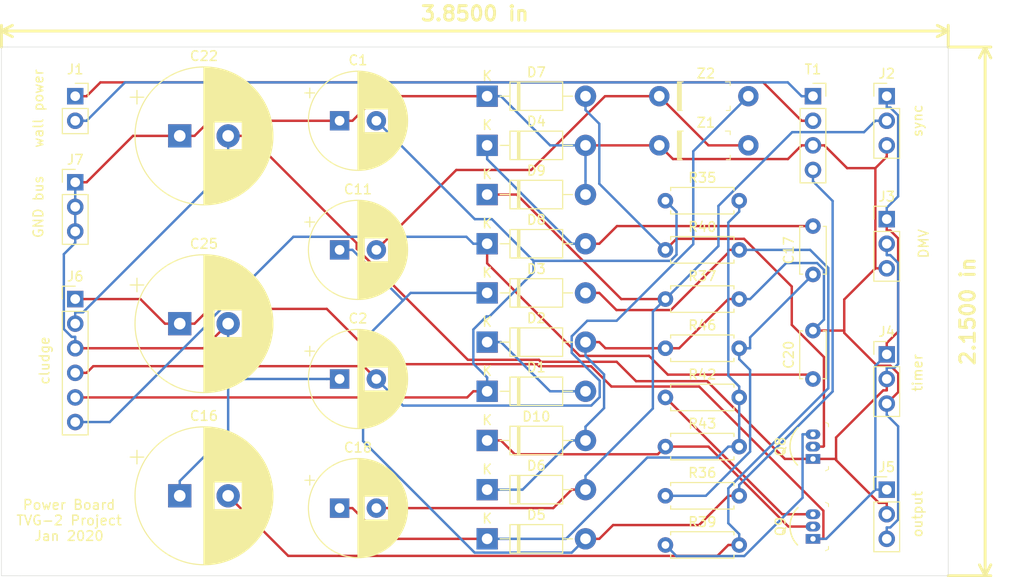
<source format=kicad_pcb>
(kicad_pcb (version 20171130) (host pcbnew "(5.0.0)")
  (title_block (title TVG2) (date 2019-07-08) (rev v01))
  (layers (0 F.Cu signal) (31 B.Cu signal) (34 B.Paste user) (35 F.Paste user) (36 B.SilkS user) (37 F.SilkS user) (38 B.Mask user) (39 F.Mask user) (44 Edge.Cuts user))
  (net 0 "")
  (net 1 /-30V)
  (net 2 GND)
  (net 3 "Net-(C11-Pad2)")
  (net 4 "Net-(C16-Pad2)")
  (net 5 "Net-(C17-Pad2)")
  (net 6 "Net-(C17-Pad1)")
  (net 7 "Net-(C18-Pad2)")
  (net 8 "Net-(C18-Pad1)")
  (net 9 -9V)
  (net 10 +9V)
  (net 11 "Net-(D1-Pad2)")
  (net 12 /+20V)
  (net 13 "Net-(D7-Pad2)")
  (net 14 /+70V)
  (net 15 "Net-(D10-Pad1)")
  (net 16 "Net-(J1-Pad1)")
  (net 17 "Net-(J1-Pad2)")
  (net 18 "Net-(Q8-Pad3)")
  (net 19 "Net-(C11-Pad1)")
  (net 20 "Net-(Q9-Pad3)")
  (module Capacitor_THT:CP_Radial_D10.0mm_P3.80mm (layer F.Cu) (at 106.045 48.895)
    (fp_text reference C1 (at 1.9 -6.25) (layer F.SilkS))
    (fp_text value "1 uF")
    (pad 1 thru_hole rect (at 0 0) (size 2 2) (drill 1) (layers *.Cu *.Mask) (net 2 GND))
    (pad 2 thru_hole circle (at 3.8 0) (size 2 2) (drill 1) (layers *.Cu *.Mask) (net 12 /+20V))
  )
  (module Capacitor_THT:CP_Radial_D10.0mm_P3.80mm (layer F.Cu) (at 106.045 75.565)
    (fp_text reference C2 (at 1.9 -6.25) (layer F.SilkS))
    (fp_text value "22 uF")
    (pad 2 thru_hole circle (at 3.8 0) (size 2 2) (drill 1) (layers *.Cu *.Mask) (net 1 /-30V))
    (pad 1 thru_hole rect (at 0 0) (size 2 2) (drill 1) (layers *.Cu *.Mask) (net 2 GND))
  )
  (module Capacitor_THT:CP_Radial_D10.0mm_P3.80mm (layer F.Cu) (at 106.045 62.23)
    (fp_text reference C11 (at 1.9 -6.25) (layer F.SilkS))
    (fp_text value "47 uF")
    (pad 1 thru_hole rect (at 0 0) (size 2 2) (drill 1) (layers *.Cu *.Mask) (net 19 "Net-(C11-Pad1)"))
    (pad 2 thru_hole circle (at 3.8 0) (size 2 2) (drill 1) (layers *.Cu *.Mask) (net 3 "Net-(C11-Pad2)"))
  )
  (module Capacitor_THT:CP_Radial_D14.0mm_P5.00mm (layer F.Cu) (at 89.535 87.63)
    (fp_text reference C16 (at 2.5 -8.25) (layer F.SilkS))
    (fp_text value "200 uF")
    (pad 1 thru_hole rect (at 0 0) (size 2.4 2.4) (drill 1.2) (layers *.Cu *.Mask) (net 2 GND))
    (pad 2 thru_hole circle (at 5 0) (size 2.4 2.4) (drill 1.2) (layers *.Cu *.Mask) (net 4 "Net-(C16-Pad2)"))
  )
  (module Capacitor_THT:C_Disc_D4.7mm_W2.5mm_P5.00mm (layer F.Cu) (at 154.94 64.77 90)
    (fp_text reference C17 (at 2.5 -2.5 90) (layer F.SilkS))
    (fp_text value "1 uF")
    (pad 2 thru_hole circle (at 5 0 90) (size 1.6 1.6) (drill 0.8) (layers *.Cu *.Mask) (net 5 "Net-(C17-Pad2)"))
    (pad 1 thru_hole circle (at 0 0 90) (size 1.6 1.6) (drill 0.8) (layers *.Cu *.Mask) (net 6 "Net-(C17-Pad1)"))
  )
  (module Capacitor_THT:CP_Radial_D10.0mm_P3.80mm (layer F.Cu) (at 106.045 88.9)
    (fp_text reference C18 (at 1.9 -6.25) (layer F.SilkS))
    (fp_text value "100 uF")
    (pad 2 thru_hole circle (at 3.8 0) (size 2 2) (drill 1) (layers *.Cu *.Mask) (net 7 "Net-(C18-Pad2)"))
    (pad 1 thru_hole rect (at 0 0) (size 2 2) (drill 1) (layers *.Cu *.Mask) (net 8 "Net-(C18-Pad1)"))
  )
  (module Capacitor_THT:C_Disc_D4.7mm_W2.5mm_P5.00mm (layer F.Cu) (at 154.94 75.565 90)
    (fp_text reference C20 (at 2.5 -2.5 90) (layer F.SilkS))
    (fp_text value "1 uF")
    (pad 1 thru_hole circle (at 0 0 90) (size 1.6 1.6) (drill 0.8) (layers *.Cu *.Mask) (net 14 /+70V))
    (pad 2 thru_hole circle (at 5 0 90) (size 1.6 1.6) (drill 0.8) (layers *.Cu *.Mask) (net 2 GND))
  )
  (module Capacitor_THT:CP_Radial_D14.0mm_P5.00mm (layer F.Cu) (at 89.535 50.455)
    (fp_text reference C22 (at 2.5 -8.25) (layer F.SilkS))
    (fp_text value "200 uF")
    (pad 1 thru_hole rect (at 0 0) (size 2.4 2.4) (drill 1.2) (layers *.Cu *.Mask) (net 2 GND))
    (pad 2 thru_hole circle (at 5 0) (size 2.4 2.4) (drill 1.2) (layers *.Cu *.Mask) (net 9 -9V))
  )
  (module Capacitor_THT:CP_Radial_D14.0mm_P5.00mm (layer F.Cu) (at 89.535 69.85)
    (fp_text reference C25 (at 2.5 -8.25) (layer F.SilkS))
    (fp_text value "200 uF")
    (pad 2 thru_hole circle (at 5 0) (size 2.4 2.4) (drill 1.2) (layers *.Cu *.Mask) (net 2 GND))
    (pad 1 thru_hole rect (at 0 0) (size 2.4 2.4) (drill 1.2) (layers *.Cu *.Mask) (net 10 +9V))
  )
  (module Diode_THT:D_DO-41_SOD81_P10.16mm_Horizontal (layer F.Cu) (at 121.285 76.835)
    (fp_text reference D1 (at 5.08 -2.47) (layer F.SilkS))
    (fp_text value 1N759)
    (fp_text user K (at 0 -2.1) (layer F.SilkS))
    (pad 2 thru_hole oval (at 10.16 0) (size 2.2 2.2) (drill 1.1) (layers *.Cu *.Mask) (net 11 "Net-(D1-Pad2)"))
    (pad 1 thru_hole rect (at 0 0) (size 2.2 2.2) (drill 1.1) (layers *.Cu *.Mask) (net 12 /+20V))
  )
  (module Diode_THT:D_DO-41_SOD81_P10.16mm_Horizontal (layer F.Cu) (at 121.285 71.755)
    (fp_text reference D2 (at 5.08 -2.47) (layer F.SilkS))
    (fp_text value 1N759)
    (fp_text user K (at 0 -2.1) (layer F.SilkS))
    (pad 1 thru_hole rect (at 0 0) (size 2.2 2.2) (drill 1.1) (layers *.Cu *.Mask) (net 11 "Net-(D1-Pad2)"))
    (pad 2 thru_hole oval (at 10.16 0) (size 2.2 2.2) (drill 1.1) (layers *.Cu *.Mask) (net 2 GND))
  )
  (module Diode_THT:D_DO-41_SOD81_P10.16mm_Horizontal (layer F.Cu) (at 121.285 66.675)
    (fp_text reference D3 (at 5.08 -2.47) (layer F.SilkS))
    (fp_text value 1N4004)
    (fp_text user K (at 0 -2.1) (layer F.SilkS))
    (pad 1 thru_hole rect (at 0 0) (size 2.2 2.2) (drill 1.1) (layers *.Cu *.Mask) (net 19 "Net-(C11-Pad1)"))
    (pad 2 thru_hole oval (at 10.16 0) (size 2.2 2.2) (drill 1.1) (layers *.Cu *.Mask) (net 4 "Net-(C16-Pad2)"))
  )
  (module Diode_THT:D_DO-41_SOD81_P10.16mm_Horizontal (layer F.Cu) (at 121.285 51.435)
    (fp_text reference D4 (at 5.08 -2.47) (layer F.SilkS))
    (fp_text value 1N4004)
    (fp_text user K (at 0 -2.1) (layer F.SilkS))
    (pad 2 thru_hole oval (at 10.16 0) (size 2.2 2.2) (drill 1.1) (layers *.Cu *.Mask) (net 2 GND))
    (pad 1 thru_hole rect (at 0 0) (size 2.2 2.2) (drill 1.1) (layers *.Cu *.Mask) (net 5 "Net-(C17-Pad2)"))
  )
  (module Diode_THT:D_DO-41_SOD81_P10.16mm_Horizontal (layer F.Cu) (at 121.285 92.075)
    (fp_text reference D5 (at 5.08 -2.47) (layer F.SilkS))
    (fp_text value 1N4004)
    (fp_text user K (at 0 -2.1) (layer F.SilkS))
    (pad 2 thru_hole oval (at 10.16 0) (size 2.2 2.2) (drill 1.1) (layers *.Cu *.Mask) (net 19 "Net-(C11-Pad1)"))
    (pad 1 thru_hole rect (at 0 0) (size 2.2 2.2) (drill 1.1) (layers *.Cu *.Mask) (net 8 "Net-(C18-Pad1)"))
  )
  (module Diode_THT:D_DO-41_SOD81_P10.16mm_Horizontal (layer F.Cu) (at 121.285 86.995)
    (fp_text reference D6 (at 5.08 -2.47) (layer F.SilkS))
    (fp_text value 1N914)
    (fp_text user K (at 0 -2.1) (layer F.SilkS))
    (pad 1 thru_hole rect (at 0 0) (size 2.2 2.2) (drill 1.1) (layers *.Cu *.Mask) (net 2 GND))
    (pad 2 thru_hole oval (at 10.16 0) (size 2.2 2.2) (drill 1.1) (layers *.Cu *.Mask) (net 7 "Net-(C18-Pad2)"))
  )
  (module Diode_THT:D_DO-41_SOD81_P10.16mm_Horizontal (layer F.Cu) (at 121.285 46.355)
    (fp_text reference D7 (at 5.08 -2.47) (layer F.SilkS))
    (fp_text value 1N758)
    (fp_text user K (at 0 -2.1) (layer F.SilkS))
    (pad 2 thru_hole oval (at 10.16 0) (size 2.2 2.2) (drill 1.1) (layers *.Cu *.Mask) (net 13 "Net-(D7-Pad2)"))
    (pad 1 thru_hole rect (at 0 0) (size 2.2 2.2) (drill 1.1) (layers *.Cu *.Mask) (net 2 GND))
  )
  (module Diode_THT:D_DO-41_SOD81_P10.16mm_Horizontal (layer F.Cu) (at 121.285 61.595)
    (fp_text reference D8 (at 5.08 -2.47) (layer F.SilkS))
    (fp_text value 1N4004)
    (fp_text user K (at 0 -2.1) (layer F.SilkS))
    (pad 1 thru_hole rect (at 0 0) (size 2.2 2.2) (drill 1.1) (layers *.Cu *.Mask) (net 14 /+70V))
    (pad 2 thru_hole oval (at 10.16 0) (size 2.2 2.2) (drill 1.1) (layers *.Cu *.Mask) (net 5 "Net-(C17-Pad2)"))
  )
  (module Diode_THT:D_DO-41_SOD81_P10.16mm_Horizontal (layer F.Cu) (at 121.285 56.515)
    (fp_text reference D9 (at 5.08 -2.47) (layer F.SilkS))
    (fp_text value 1N914)
    (fp_text user K (at 0 -2.1) (layer F.SilkS))
    (pad 1 thru_hole rect (at 0 0) (size 2.2 2.2) (drill 1.1) (layers *.Cu *.Mask) (net 7 "Net-(C18-Pad2)"))
    (pad 2 thru_hole oval (at 10.16 0) (size 2.2 2.2) (drill 1.1) (layers *.Cu *.Mask) (net 2 GND))
  )
  (module Diode_THT:D_DO-41_SOD81_P10.16mm_Horizontal (layer F.Cu) (at 121.285 81.915)
    (fp_text reference D10 (at 5.08 -2.47) (layer F.SilkS))
    (fp_text value 1N738)
    (fp_text user K (at 0 -2.1) (layer F.SilkS))
    (pad 2 thru_hole oval (at 10.16 0) (size 2.2 2.2) (drill 1.1) (layers *.Cu *.Mask) (net 2 GND))
    (pad 1 thru_hole rect (at 0 0) (size 2.2 2.2) (drill 1.1) (layers *.Cu *.Mask) (net 15 "Net-(D10-Pad1)"))
  )
  (module Connector_PinSocket_2.54mm:PinSocket_1x02_P2.54mm_Vertical (layer F.Cu) (at 78.74 46.355)
    (fp_text reference J1 (at 0 -2.77) (layer F.SilkS))
    (fp_text value Conn_01x02_Female)
    (pad 1 thru_hole rect (at 0 0) (size 1.7 1.7) (drill 1) (layers *.Cu *.Mask) (net 16 "Net-(J1-Pad1)"))
    (pad 2 thru_hole oval (at 0 2.54) (size 1.7 1.7) (drill 1) (layers *.Cu *.Mask) (net 17 "Net-(J1-Pad2)"))
  )
  (module Connector_PinHeader_2.54mm:PinHeader_1x03_P2.54mm_Vertical (layer F.Cu) (at 162.56 46.355)
    (fp_text reference J2 (at 0 -2.33) (layer F.SilkS))
    (fp_text value to_sync)
    (pad 1 thru_hole rect (at 0 0) (size 1.7 1.7) (drill 1) (layers *.Cu *.Mask) (net 10 +9V))
    (pad 2 thru_hole oval (at 0 2.54) (size 1.7 1.7) (drill 1) (layers *.Cu *.Mask) (net 7 "Net-(C18-Pad2)"))
    (pad 3 thru_hole oval (at 0 5.08) (size 1.7 1.7) (drill 1) (layers *.Cu *.Mask) (net 2 GND))
  )
  (module Connector_PinHeader_2.54mm:PinHeader_1x03_P2.54mm_Vertical (layer F.Cu) (at 162.56 59.055)
    (fp_text reference J3 (at 0 -2.33) (layer F.SilkS))
    (fp_text value to_dmv)
    (pad 3 thru_hole oval (at 0 5.08) (size 1.7 1.7) (drill 1) (layers *.Cu *.Mask) (net 2 GND))
    (pad 2 thru_hole oval (at 0 2.54) (size 1.7 1.7) (drill 1) (layers *.Cu *.Mask) (net 9 -9V))
    (pad 1 thru_hole rect (at 0 0) (size 1.7 1.7) (drill 1) (layers *.Cu *.Mask) (net 10 +9V))
  )
  (module Connector_PinHeader_2.54mm:PinHeader_1x03_P2.54mm_Vertical (layer F.Cu) (at 162.56 73.025)
    (fp_text reference J4 (at 0 -2.33) (layer F.SilkS))
    (fp_text value to_timer)
    (pad 1 thru_hole rect (at 0 0) (size 1.7 1.7) (drill 1) (layers *.Cu *.Mask) (net 10 +9V))
    (pad 2 thru_hole oval (at 0 2.54) (size 1.7 1.7) (drill 1) (layers *.Cu *.Mask) (net 9 -9V))
    (pad 3 thru_hole oval (at 0 5.08) (size 1.7 1.7) (drill 1) (layers *.Cu *.Mask) (net 2 GND))
  )
  (module Connector_PinHeader_2.54mm:PinHeader_1x03_P2.54mm_Vertical (layer F.Cu) (at 162.56 86.995)
    (fp_text reference J5 (at 0 -2.33) (layer F.SilkS))
    (fp_text value to_output)
    (pad 1 thru_hole rect (at 0 0) (size 1.7 1.7) (drill 1) (layers *.Cu *.Mask) (net 10 +9V))
    (pad 2 thru_hole oval (at 0 2.54) (size 1.7 1.7) (drill 1) (layers *.Cu *.Mask) (net 9 -9V))
    (pad 3 thru_hole oval (at 0 5.08) (size 1.7 1.7) (drill 1) (layers *.Cu *.Mask) (net 2 GND))
  )
  (module Connector_PinHeader_2.54mm:PinHeader_1x06_P2.54mm_Vertical (layer F.Cu) (at 78.74 67.31)
    (fp_text reference J6 (at 0 -2.33) (layer F.SilkS))
    (fp_text value to_cludge)
    (pad 1 thru_hole rect (at 0 0) (size 1.7 1.7) (drill 1) (layers *.Cu *.Mask) (net 10 +9V))
    (pad 2 thru_hole oval (at 0 2.54) (size 1.7 1.7) (drill 1) (layers *.Cu *.Mask) (net 9 -9V))
    (pad 3 thru_hole oval (at 0 5.08) (size 1.7 1.7) (drill 1) (layers *.Cu *.Mask) (net 2 GND))
    (pad 4 thru_hole oval (at 0 7.62) (size 1.7 1.7) (drill 1) (layers *.Cu *.Mask) (net 1 /-30V))
    (pad 5 thru_hole oval (at 0 10.16) (size 1.7 1.7) (drill 1) (layers *.Cu *.Mask) (net 12 /+20V))
    (pad 6 thru_hole oval (at 0 12.7) (size 1.7 1.7) (drill 1) (layers *.Cu *.Mask) (net 14 /+70V))
  )
  (module Connector_PinHeader_2.54mm:PinHeader_1x03_P2.54mm_Vertical (layer F.Cu) (at 78.74 55.245)
    (fp_text reference J7 (at 0 -2.33) (layer F.SilkS))
    (fp_text value "GND bus")
    (pad 3 thru_hole oval (at 0 5.08) (size 1.7 1.7) (drill 1) (layers *.Cu *.Mask) (net 2 GND))
    (pad 2 thru_hole oval (at 0 2.54) (size 1.7 1.7) (drill 1) (layers *.Cu *.Mask) (net 2 GND))
    (pad 1 thru_hole rect (at 0 0) (size 1.7 1.7) (drill 1) (layers *.Cu *.Mask) (net 2 GND))
  )
  (module digikey-footprints:TO-92-3 (layer F.Cu) (at 154.94 83.82 90)
    (fp_text reference Q8 (at 1.27 -3.35 90) (layer F.SilkS))
    (fp_text value 2N1132)
    (pad 1 thru_hole rect (at 0 0 270) (size 1 1.5) (drill 0.55) (layers *.Cu *.Mask) (net 9 -9V))
    (pad 3 thru_hole oval (at 2.54 0 270) (size 1 1.5) (drill 0.55) (layers *.Cu *.Mask) (net 18 "Net-(Q8-Pad3)"))
    (pad 2 thru_hole oval (at 1.27 0 270) (size 1 1.5) (drill 0.55) (layers *.Cu *.Mask) (net 13 "Net-(D7-Pad2)"))
  )
  (module digikey-footprints:TO-92-3 (layer F.Cu) (at 154.94 92.075 90)
    (fp_text reference Q9 (at 1.27 -3.35 90) (layer F.SilkS))
    (fp_text value 2N718)
    (pad 2 thru_hole oval (at 1.27 0 270) (size 1 1.5) (drill 0.55) (layers *.Cu *.Mask) (net 15 "Net-(D10-Pad1)"))
    (pad 3 thru_hole oval (at 2.54 0 270) (size 1 1.5) (drill 0.55) (layers *.Cu *.Mask) (net 20 "Net-(Q9-Pad3)"))
    (pad 1 thru_hole rect (at 0 0 270) (size 1 1.5) (drill 0.55) (layers *.Cu *.Mask) (net 10 +9V))
  )
  (module Resistor_THT:R_Axial_DIN0207_L6.3mm_D2.5mm_P7.62mm_Horizontal (layer F.Cu) (at 139.7 57.15)
    (fp_text reference R35 (at 3.81 -2.37) (layer F.SilkS))
    (fp_text value 750)
    (pad 2 thru_hole oval (at 7.62 0) (size 1.6 1.6) (drill 0.8) (layers *.Cu *.Mask) (net 8 "Net-(C18-Pad1)"))
    (pad 1 thru_hole circle (at 0 0) (size 1.6 1.6) (drill 0.8) (layers *.Cu *.Mask) (net 12 /+20V))
  )
  (module Resistor_THT:R_Axial_DIN0207_L6.3mm_D2.5mm_P7.62mm_Horizontal (layer F.Cu) (at 139.7 87.63)
    (fp_text reference R36 (at 3.81 -2.37) (layer F.SilkS))
    (fp_text value 1k)
    (pad 1 thru_hole circle (at 0 0) (size 1.6 1.6) (drill 0.8) (layers *.Cu *.Mask) (net 6 "Net-(C17-Pad1)"))
    (pad 2 thru_hole oval (at 7.62 0) (size 1.6 1.6) (drill 0.8) (layers *.Cu *.Mask) (net 19 "Net-(C11-Pad1)"))
  )
  (module Resistor_THT:R_Axial_DIN0207_L6.3mm_D2.5mm_P7.62mm_Horizontal (layer F.Cu) (at 139.7 67.31)
    (fp_text reference R37 (at 3.81 -2.37) (layer F.SilkS))
    (fp_text value 51)
    (pad 1 thru_hole circle (at 0 0) (size 1.6 1.6) (drill 0.8) (layers *.Cu *.Mask) (net 7 "Net-(C18-Pad2)"))
    (pad 2 thru_hole oval (at 7.62 0) (size 1.6 1.6) (drill 0.8) (layers *.Cu *.Mask) (net 2 GND))
  )
  (module Resistor_THT:R_Axial_DIN0207_L6.3mm_D2.5mm_P7.62mm_Horizontal (layer F.Cu) (at 139.7 92.71)
    (fp_text reference R39 (at 3.81 -2.37) (layer F.SilkS))
    (fp_text value 430)
    (pad 2 thru_hole oval (at 7.62 0) (size 1.6 1.6) (drill 0.8) (layers *.Cu *.Mask) (net 4 "Net-(C16-Pad2)"))
    (pad 1 thru_hole circle (at 0 0) (size 1.6 1.6) (drill 0.8) (layers *.Cu *.Mask) (net 18 "Net-(Q8-Pad3)"))
  )
  (module Resistor_THT:R_Axial_DIN0207_L6.3mm_D2.5mm_P7.62mm_Horizontal (layer F.Cu) (at 139.7 62.23)
    (fp_text reference R40 (at 3.81 -2.37) (layer F.SilkS))
    (fp_text value 2K)
    (pad 2 thru_hole oval (at 7.62 0) (size 1.6 1.6) (drill 0.8) (layers *.Cu *.Mask) (net 4 "Net-(C16-Pad2)"))
    (pad 1 thru_hole circle (at 0 0) (size 1.6 1.6) (drill 0.8) (layers *.Cu *.Mask) (net 13 "Net-(D7-Pad2)"))
  )
  (module Resistor_THT:R_Axial_DIN0207_L6.3mm_D2.5mm_P7.62mm_Horizontal (layer F.Cu) (at 139.7 77.47)
    (fp_text reference R42 (at 3.81 -2.37) (layer F.SilkS))
    (fp_text value 430)
    (pad 2 thru_hole oval (at 7.62 0) (size 1.6 1.6) (drill 0.8) (layers *.Cu *.Mask) (net 8 "Net-(C18-Pad1)"))
    (pad 1 thru_hole circle (at 0 0) (size 1.6 1.6) (drill 0.8) (layers *.Cu *.Mask) (net 20 "Net-(Q9-Pad3)"))
  )
  (module Resistor_THT:R_Axial_DIN0207_L6.3mm_D2.5mm_P7.62mm_Horizontal (layer F.Cu) (at 139.7 82.55)
    (fp_text reference R43 (at 3.81 -2.37) (layer F.SilkS))
    (fp_text value 2K)
    (pad 1 thru_hole circle (at 0 0) (size 1.6 1.6) (drill 0.8) (layers *.Cu *.Mask) (net 15 "Net-(D10-Pad1)"))
    (pad 2 thru_hole oval (at 7.62 0) (size 1.6 1.6) (drill 0.8) (layers *.Cu *.Mask) (net 8 "Net-(C18-Pad1)"))
  )
  (module Resistor_THT:R_Axial_DIN0207_L6.3mm_D2.5mm_P7.62mm_Horizontal (layer F.Cu) (at 139.7 72.39)
    (fp_text reference R46 (at 3.81 -2.37) (layer F.SilkS))
    (fp_text value 4.7k)
    (pad 1 thru_hole circle (at 0 0) (size 1.6 1.6) (drill 0.8) (layers *.Cu *.Mask) (net 2 GND))
    (pad 2 thru_hole oval (at 7.62 0) (size 1.6 1.6) (drill 0.8) (layers *.Cu *.Mask) (net 6 "Net-(C17-Pad1)"))
  )
  (module Connector_PinSocket_2.54mm:PinSocket_1x04_P2.54mm_Vertical (layer F.Cu) (at 154.94 46.355)
    (fp_text reference T1 (at 0 -2.77) (layer F.SilkS))
    (fp_text value Transformer_1P_1S)
    (pad 1 thru_hole rect (at 0 0) (size 1.7 1.7) (drill 1) (layers *.Cu *.Mask) (net 17 "Net-(J1-Pad2)"))
    (pad 2 thru_hole oval (at 0 2.54) (size 1.7 1.7) (drill 1) (layers *.Cu *.Mask) (net 16 "Net-(J1-Pad1)"))
    (pad 3 thru_hole oval (at 0 5.08) (size 1.7 1.7) (drill 1) (layers *.Cu *.Mask) (net 2 GND))
    (pad 4 thru_hole oval (at 0 7.62) (size 1.7 1.7) (drill 1) (layers *.Cu *.Mask) (net 19 "Net-(C11-Pad1)"))
  )
  (module digikey-footprints:DO-41 (layer F.Cu) (at 139.065 51.435)
    (fp_text reference Z1 (at 4.8133 -2.34696) (layer F.SilkS))
    (fp_text value 1N5256B)
    (pad A thru_hole circle (at 9.2 0) (size 2.1 2.1) (drill 1.1) (layers *.Cu *.Mask) (net 3 "Net-(C11-Pad2)"))
    (pad K thru_hole circle (at 0 0) (size 2.1 2.1) (drill 1.1) (layers *.Cu *.Mask) (net 2 GND))
  )
  (module digikey-footprints:DO-41 (layer F.Cu) (at 139.065 46.355)
    (fp_text reference Z2 (at 4.8133 -2.34696) (layer F.SilkS))
    (fp_text value 1N5256B)
    (pad K thru_hole circle (at 0 0) (size 2.1 2.1) (drill 1.1) (layers *.Cu *.Mask) (net 3 "Net-(C11-Pad2)"))
    (pad A thru_hole circle (at 9.2 0) (size 2.1 2.1) (drill 1.1) (layers *.Cu *.Mask) (net 1 /-30V))
  )
  (dimension 97.79 (width 0.3) (layer F.SilkS) (gr_text "97.790 mm" (at 120.015 37.524) (layer F.SilkS) (effects (font (size 1.5 1.5) (thickness 0.3)))) (feature1 (pts (xy 168.91 41.275) (xy 168.91 39.037579))) (feature2 (pts (xy 71.12 41.275) (xy 71.12 39.037579))) (crossbar (pts (xy 71.12 39.624) (xy 168.91 39.624))) (arrow1a (pts (xy 168.91 39.624) (xy 167.783496 40.210421))) (arrow1b (pts (xy 168.91 39.624) (xy 167.783496 39.037579))) (arrow2a (pts (xy 71.12 39.624) (xy 72.246504 40.210421))) (arrow2b (pts (xy 71.12 39.624) (xy 72.246504 39.037579))))
  (dimension 54.61 (width 0.3) (layer F.SilkS) (gr_text "54.610 mm" (at 174.82 68.58 270) (layer F.SilkS) (effects (font (size 1.5 1.5) (thickness 0.3)))) (feature1 (pts (xy 168.91 95.885) (xy 173.306421 95.885))) (feature2 (pts (xy 168.91 41.275) (xy 173.306421 41.275))) (crossbar (pts (xy 172.72 41.275) (xy 172.72 95.885))) (arrow1a (pts (xy 172.72 95.885) (xy 172.133579 94.758496))) (arrow1b (pts (xy 172.72 95.885) (xy 173.306421 94.758496))) (arrow2a (pts (xy 172.72 41.275) (xy 172.133579 42.401504))) (arrow2b (pts (xy 172.72 41.275) (xy 173.306421 42.401504))))
  (gr_text output (at 165.735 89.535 90) (layer F.SilkS) (effects (font (size 1 1))))
  (gr_text "timer\n" (at 165.735 74.93 90) (layer F.SilkS) (effects (font (size 1 1))))
  (gr_text DMV (at 166.37 61.595 90) (layer F.SilkS) (effects (font (size 1 1))))
  (gr_text sync (at 165.735 48.895 90) (layer F.SilkS) (effects (font (size 1 1))))
  (gr_text cludge (at 75.565 73.66 90) (layer F.SilkS) (effects (font (size 1 1))))
  (gr_text "GND bus" (at 74.93 57.785 90) (layer F.SilkS) (effects (font (size 1 1))))
  (gr_text "wall power\n" (at 74.93 47.625 90) (layer F.SilkS) (effects (font (size 1 1))))
  (gr_text "Power Board\nTVG-2 Project\nJan 2020" (at 78.105 90.17) (layer F.SilkS) (effects (font (size 1 1))))
  (gr_line (start 71.12 41.275) (end 71.755 41.275) (layer Edge.Cuts) (width 0.05))
  (gr_line (start 71.12 95.885) (end 71.12 41.275) (layer Edge.Cuts) (width 0.05))
  (gr_line (start 73.025 95.885) (end 71.12 95.885) (layer Edge.Cuts) (width 0.05))
  (gr_line (start 168.91 95.885) (end 73.025 95.885) (layer Edge.Cuts) (width 0.05))
  (gr_line (start 168.91 41.275) (end 168.91 95.885) (layer Edge.Cuts) (width 0.05))
  (gr_line (start 71.755 41.275) (end 168.91 41.275) (layer Edge.Cuts) (width 0.05))
  (segment (start 148.265 46.355) (end 142.5751 52.0449) (width 0.25) (layer B.Cu) (net 1))
  (segment (start 142.5751 52.0449) (end 142.5751 61.6352) (width 0.25) (layer B.Cu) (net 1))
  (segment (start 142.5751 61.6352) (end 134.6594 69.5509) (width 0.25) (layer B.Cu) (net 1))
  (segment (start 134.6594 69.5509) (end 131.6285 69.5509) (width 0.25) (layer B.Cu) (net 1))
  (segment (start 131.6285 69.5509) (end 130.0196 71.1598) (width 0.25) (layer B.Cu) (net 1))
  (segment (start 130.0196 71.1598) (end 130.0196 72.8526) (width 0.25) (layer B.Cu) (net 1))
  (segment (start 130.0196 72.8526) (end 132.9103 75.7433) (width 0.25) (layer B.Cu) (net 1))
  (segment (start 132.9103 75.7433) (end 132.9103 77.4384) (width 0.25) (layer B.Cu) (net 1))
  (segment (start 132.9103 77.4384) (end 132.0381 78.3106) (width 0.25) (layer B.Cu) (net 1))
  (segment (start 132.0381 78.3106) (end 112.5906 78.3106) (width 0.25) (layer B.Cu) (net 1))
  (segment (start 112.5906 78.3106) (end 109.845 75.565) (width 0.25) (layer B.Cu) (net 1))
  (segment (start 78.74 74.93) (end 79.9153 74.93) (width 0.25) (layer F.Cu) (net 1))
  (segment (start 79.9153 74.93) (end 80.6056 74.2397) (width 0.25) (layer F.Cu) (net 1))
  (segment (start 80.6056 74.2397) (end 108.5197 74.2397) (width 0.25) (layer F.Cu) (net 1))
  (segment (start 108.5197 74.2397) (end 109.845 75.565) (width 0.25) (layer F.Cu) (net 1))
  (segment (start 147.32 67.31) (end 148.4453 67.31) (width 0.25) (layer B.Cu) (net 2))
  (segment (start 154.94 70.565) (end 156.0705 69.4345) (width 0.25) (layer B.Cu) (net 2))
  (segment (start 156.0705 69.4345) (end 156.0705 64.2889) (width 0.25) (layer B.Cu) (net 2))
  (segment (start 156.0705 64.2889) (end 155.3704 63.5888) (width 0.25) (layer B.Cu) (net 2))
  (segment (start 155.3704 63.5888) (end 152.1665 63.5888) (width 0.25) (layer B.Cu) (net 2))
  (segment (start 152.1665 63.5888) (end 148.4453 67.31) (width 0.25) (layer B.Cu) (net 2))
  (segment (start 158.1688 70.565) (end 154.94 70.565) (width 0.25) (layer F.Cu) (net 2))
  (segment (start 131.445 80.4897) (end 133.3606 78.5741) (width 0.25) (layer B.Cu) (net 2))
  (segment (start 133.3606 78.5741) (end 133.3606 75.0959) (width 0.25) (layer B.Cu) (net 2))
  (segment (start 133.3606 75.0959) (end 131.445 73.1803) (width 0.25) (layer B.Cu) (net 2))
  (segment (start 147.32 67.31) (end 146.1947 67.31) (width 0.25) (layer F.Cu) (net 2))
  (segment (start 146.1947 67.31) (end 141.1147 72.39) (width 0.25) (layer F.Cu) (net 2))
  (segment (start 141.1147 72.39) (end 139.7 72.39) (width 0.25) (layer F.Cu) (net 2))
  (segment (start 78.74 72.39) (end 78.74 71.2147) (width 0.25) (layer B.Cu) (net 2))
  (segment (start 78.74 60.325) (end 78.74 61.5003) (width 0.25) (layer B.Cu) (net 2))
  (segment (start 78.74 61.5003) (end 77.5647 62.6756) (width 0.25) (layer B.Cu) (net 2))
  (segment (start 77.5647 62.6756) (end 77.5647 70.4068) (width 0.25) (layer B.Cu) (net 2))
  (segment (start 77.5647 70.4068) (end 78.3726 71.2147) (width 0.25) (layer B.Cu) (net 2))
  (segment (start 78.3726 71.2147) (end 78.74 71.2147) (width 0.25) (layer B.Cu) (net 2))
  (segment (start 78.74 57.785) (end 78.74 60.325) (width 0.25) (layer B.Cu) (net 2))
  (segment (start 139.065 51.435) (end 140.4771 52.8471) (width 0.25) (layer F.Cu) (net 2))
  (segment (start 140.4771 52.8471) (end 152.3526 52.8471) (width 0.25) (layer F.Cu) (net 2))
  (segment (start 152.3526 52.8471) (end 153.7647 51.435) (width 0.25) (layer F.Cu) (net 2))
  (segment (start 139.065 51.435) (end 131.445 51.435) (width 0.25) (layer F.Cu) (net 2))
  (segment (start 154.94 51.435) (end 153.7647 51.435) (width 0.25) (layer F.Cu) (net 2))
  (segment (start 158.1688 70.565) (end 158.1688 70.8021) (width 0.25) (layer F.Cu) (net 2))
  (segment (start 158.1688 70.8021) (end 161.5671 74.2004) (width 0.25) (layer F.Cu) (net 2))
  (segment (start 161.5671 74.2004) (end 162.9414 74.2004) (width 0.25) (layer F.Cu) (net 2))
  (segment (start 162.9414 74.2004) (end 163.7446 75.0036) (width 0.25) (layer F.Cu) (net 2))
  (segment (start 163.7446 75.0036) (end 163.7446 76.9204) (width 0.25) (layer F.Cu) (net 2))
  (segment (start 163.7446 76.9204) (end 162.56 78.105) (width 0.25) (layer F.Cu) (net 2))
  (segment (start 161.3847 64.135) (end 158.1688 67.3509) (width 0.25) (layer F.Cu) (net 2))
  (segment (start 158.1688 67.3509) (end 158.1688 70.565) (width 0.25) (layer F.Cu) (net 2))
  (segment (start 161.3847 53.7856) (end 162.56 52.6103) (width 0.25) (layer F.Cu) (net 2))
  (segment (start 156.1153 51.435) (end 158.4659 53.7856) (width 0.25) (layer F.Cu) (net 2))
  (segment (start 158.4659 53.7856) (end 161.3847 53.7856) (width 0.25) (layer F.Cu) (net 2))
  (segment (start 161.3847 53.7856) (end 161.3847 64.135) (width 0.25) (layer F.Cu) (net 2))
  (segment (start 162.56 64.135) (end 161.3847 64.135) (width 0.25) (layer F.Cu) (net 2))
  (segment (start 78.74 55.245) (end 78.74 57.785) (width 0.25) (layer B.Cu) (net 2))
  (segment (start 154.94 51.435) (end 156.1153 51.435) (width 0.25) (layer F.Cu) (net 2))
  (segment (start 162.56 51.435) (end 162.56 52.6103) (width 0.25) (layer F.Cu) (net 2))
  (segment (start 131.445 51.435) (end 131.445 55.0897) (width 0.25) (layer B.Cu) (net 2))
  (segment (start 131.445 56.515) (end 131.445 55.0897) (width 0.25) (layer B.Cu) (net 2))
  (segment (start 122.7103 46.355) (end 127.7903 51.435) (width 0.25) (layer B.Cu) (net 2))
  (segment (start 127.7903 51.435) (end 131.445 51.435) (width 0.25) (layer B.Cu) (net 2))
  (segment (start 94.535 75.565) (end 94.535 69.85) (width 0.25) (layer B.Cu) (net 2))
  (segment (start 89.535 86.1047) (end 94.535 81.1047) (width 0.25) (layer B.Cu) (net 2))
  (segment (start 94.535 81.1047) (end 94.535 75.565) (width 0.25) (layer B.Cu) (net 2))
  (segment (start 94.535 75.565) (end 104.7197 75.565) (width 0.25) (layer B.Cu) (net 2))
  (segment (start 106.045 75.565) (end 104.7197 75.565) (width 0.25) (layer B.Cu) (net 2))
  (segment (start 94.535 69.85) (end 91.995 72.39) (width 0.25) (layer F.Cu) (net 2))
  (segment (start 91.995 72.39) (end 78.74 72.39) (width 0.25) (layer F.Cu) (net 2))
  (segment (start 89.535 87.63) (end 89.535 86.1047) (width 0.25) (layer B.Cu) (net 2))
  (segment (start 89.535 50.455) (end 91.0603 50.455) (width 0.25) (layer F.Cu) (net 2))
  (segment (start 91.0603 50.455) (end 92.6203 48.895) (width 0.25) (layer F.Cu) (net 2))
  (segment (start 92.6203 48.895) (end 106.045 48.895) (width 0.25) (layer F.Cu) (net 2))
  (segment (start 79.9153 55.245) (end 84.7053 50.455) (width 0.25) (layer F.Cu) (net 2))
  (segment (start 84.7053 50.455) (end 89.535 50.455) (width 0.25) (layer F.Cu) (net 2))
  (segment (start 106.045 48.895) (end 107.3703 48.895) (width 0.25) (layer F.Cu) (net 2))
  (segment (start 121.285 46.355) (end 109.9103 46.355) (width 0.25) (layer F.Cu) (net 2))
  (segment (start 109.9103 46.355) (end 107.3703 48.895) (width 0.25) (layer F.Cu) (net 2))
  (segment (start 121.285 46.355) (end 122.7103 46.355) (width 0.25) (layer B.Cu) (net 2))
  (segment (start 132.8703 71.755) (end 133.5053 72.39) (width 0.25) (layer F.Cu) (net 2))
  (segment (start 133.5053 72.39) (end 139.7 72.39) (width 0.25) (layer F.Cu) (net 2))
  (segment (start 131.445 81.915) (end 131.445 80.4897) (width 0.25) (layer B.Cu) (net 2))
  (segment (start 131.445 71.755) (end 131.445 73.1803) (width 0.25) (layer B.Cu) (net 2))
  (segment (start 131.445 81.915) (end 130.0197 81.915) (width 0.25) (layer B.Cu) (net 2))
  (segment (start 121.285 86.995) (end 124.9397 86.995) (width 0.25) (layer B.Cu) (net 2))
  (segment (start 124.9397 86.995) (end 130.0197 81.915) (width 0.25) (layer B.Cu) (net 2))
  (segment (start 162.56 78.105) (end 162.56 79.2803) (width 0.25) (layer B.Cu) (net 2))
  (segment (start 162.56 92.075) (end 162.56 90.8997) (width 0.25) (layer B.Cu) (net 2))
  (segment (start 162.56 90.8997) (end 162.9273 90.8997) (width 0.25) (layer B.Cu) (net 2))
  (segment (start 162.9273 90.8997) (end 163.7353 90.0917) (width 0.25) (layer B.Cu) (net 2))
  (segment (start 163.7353 90.0917) (end 163.7353 80.4556) (width 0.25) (layer B.Cu) (net 2))
  (segment (start 163.7353 80.4556) (end 162.56 79.2803) (width 0.25) (layer B.Cu) (net 2))
  (segment (start 78.74 55.245) (end 79.9153 55.245) (width 0.25) (layer F.Cu) (net 2))
  (segment (start 131.445 71.755) (end 132.8703 71.755) (width 0.25) (layer F.Cu) (net 2))
  (segment (start 109.845 62.23) (end 118.1 53.975) (width 0.25) (layer F.Cu) (net 3))
  (segment (start 118.1 53.975) (end 125.8408 53.975) (width 0.25) (layer F.Cu) (net 3))
  (segment (start 125.8408 53.975) (end 133.4608 46.355) (width 0.25) (layer F.Cu) (net 3))
  (segment (start 133.4608 46.355) (end 139.065 46.355) (width 0.25) (layer F.Cu) (net 3))
  (segment (start 139.065 46.355) (end 144.145 51.435) (width 0.25) (layer F.Cu) (net 3))
  (segment (start 144.145 51.435) (end 148.265 51.435) (width 0.25) (layer F.Cu) (net 3))
  (segment (start 131.445 66.675) (end 132.8703 66.675) (width 0.25) (layer F.Cu) (net 4))
  (segment (start 147.32 62.23) (end 146.1947 62.23) (width 0.25) (layer F.Cu) (net 4))
  (segment (start 146.1947 62.23) (end 146.1947 62.5113) (width 0.25) (layer F.Cu) (net 4))
  (segment (start 146.1947 62.5113) (end 140.2608 68.4452) (width 0.25) (layer F.Cu) (net 4))
  (segment (start 140.2608 68.4452) (end 134.6405 68.4452) (width 0.25) (layer F.Cu) (net 4))
  (segment (start 134.6405 68.4452) (end 132.8703 66.675) (width 0.25) (layer F.Cu) (net 4))
  (segment (start 147.32 91.5847) (end 146.1947 90.4594) (width 0.25) (layer B.Cu) (net 4))
  (segment (start 146.1947 90.4594) (end 146.1947 86.8533) (width 0.25) (layer B.Cu) (net 4))
  (segment (start 146.1947 86.8533) (end 156.5209 76.5271) (width 0.25) (layer B.Cu) (net 4))
  (segment (start 156.5209 76.5271) (end 156.5209 64.1024) (width 0.25) (layer B.Cu) (net 4))
  (segment (start 156.5209 64.1024) (end 154.6485 62.23) (width 0.25) (layer B.Cu) (net 4))
  (segment (start 154.6485 62.23) (end 147.32 62.23) (width 0.25) (layer B.Cu) (net 4))
  (segment (start 147.32 92.71) (end 147.32 91.5847) (width 0.25) (layer B.Cu) (net 4))
  (segment (start 147.32 92.71) (end 146.1947 92.71) (width 0.25) (layer F.Cu) (net 4))
  (segment (start 94.535 87.63) (end 100.7403 93.8353) (width 0.25) (layer F.Cu) (net 4))
  (segment (start 100.7403 93.8353) (end 145.0694 93.8353) (width 0.25) (layer F.Cu) (net 4))
  (segment (start 145.0694 93.8353) (end 146.1947 92.71) (width 0.25) (layer F.Cu) (net 4))
  (segment (start 121.285 51.435) (end 121.285 52.8603) (width 0.25) (layer B.Cu) (net 5))
  (segment (start 131.445 61.595) (end 130.0197 61.595) (width 0.25) (layer B.Cu) (net 5))
  (segment (start 130.0197 61.595) (end 121.285 52.8603) (width 0.25) (layer B.Cu) (net 5))
  (segment (start 131.445 61.595) (end 132.8703 61.595) (width 0.25) (layer F.Cu) (net 5))
  (segment (start 132.8703 61.595) (end 134.6953 59.77) (width 0.25) (layer F.Cu) (net 5))
  (segment (start 134.6953 59.77) (end 154.94 59.77) (width 0.25) (layer F.Cu) (net 5))
  (segment (start 147.32 72.39) (end 147.32 73.5153) (width 0.25) (layer B.Cu) (net 6))
  (segment (start 139.7 87.63) (end 143.8784 87.63) (width 0.25) (layer B.Cu) (net 6))
  (segment (start 143.8784 87.63) (end 148.4453 83.0631) (width 0.25) (layer B.Cu) (net 6))
  (segment (start 148.4453 83.0631) (end 148.4453 74.6406) (width 0.25) (layer B.Cu) (net 6))
  (segment (start 148.4453 74.6406) (end 147.32 73.5153) (width 0.25) (layer B.Cu) (net 6))
  (segment (start 147.32 72.39) (end 148.4453 72.39) (width 0.25) (layer B.Cu) (net 6))
  (segment (start 148.4453 72.39) (end 148.4453 71.2647) (width 0.25) (layer B.Cu) (net 6))
  (segment (start 148.4453 71.2647) (end 154.94 64.77) (width 0.25) (layer B.Cu) (net 6))
  (segment (start 139.7 67.31) (end 135.1381 67.31) (width 0.25) (layer F.Cu) (net 7))
  (segment (start 135.1381 67.31) (end 124.3431 56.515) (width 0.25) (layer F.Cu) (net 7))
  (segment (start 124.3431 56.515) (end 121.285 56.515) (width 0.25) (layer F.Cu) (net 7))
  (segment (start 139.7 67.31) (end 145.1729 61.8371) (width 0.25) (layer B.Cu) (net 7))
  (segment (start 145.1729 61.8371) (end 145.1729 57.6897) (width 0.25) (layer B.Cu) (net 7))
  (segment (start 145.1729 57.6897) (end 152.7923 50.0703) (width 0.25) (layer B.Cu) (net 7))
  (segment (start 152.7923 50.0703) (end 160.2094 50.0703) (width 0.25) (layer B.Cu) (net 7))
  (segment (start 160.2094 50.0703) (end 161.3847 48.895) (width 0.25) (layer B.Cu) (net 7))
  (segment (start 139.7 67.31) (end 138.4029 68.6071) (width 0.25) (layer B.Cu) (net 7))
  (segment (start 138.4029 68.6071) (end 138.4029 78.6118) (width 0.25) (layer B.Cu) (net 7))
  (segment (start 138.4029 78.6118) (end 131.445 85.5697) (width 0.25) (layer B.Cu) (net 7))
  (segment (start 162.56 48.895) (end 161.3847 48.895) (width 0.25) (layer B.Cu) (net 7))
  (segment (start 131.445 86.995) (end 130.0197 86.995) (width 0.25) (layer F.Cu) (net 7))
  (segment (start 130.0197 86.995) (end 128.1147 88.9) (width 0.25) (layer F.Cu) (net 7))
  (segment (start 128.1147 88.9) (end 109.845 88.9) (width 0.25) (layer F.Cu) (net 7))
  (segment (start 131.445 86.995) (end 131.445 85.5697) (width 0.25) (layer B.Cu) (net 7))
  (segment (start 147.32 77.47) (end 147.32 76.3447) (width 0.25) (layer B.Cu) (net 8))
  (segment (start 147.32 76.3447) (end 146.1947 75.2194) (width 0.25) (layer B.Cu) (net 8))
  (segment (start 146.1947 75.2194) (end 146.1947 59.4006) (width 0.25) (layer B.Cu) (net 8))
  (segment (start 146.1947 59.4006) (end 147.32 58.2753) (width 0.25) (layer B.Cu) (net 8))
  (segment (start 147.32 82.55) (end 147.32 77.47) (width 0.25) (layer B.Cu) (net 8))
  (segment (start 147.32 57.15) (end 147.32 58.2753) (width 0.25) (layer B.Cu) (net 8))
  (segment (start 106.045 88.9) (end 107.3703 88.9) (width 0.25) (layer F.Cu) (net 8))
  (segment (start 121.285 92.075) (end 110.5453 92.075) (width 0.25) (layer F.Cu) (net 8))
  (segment (start 110.5453 92.075) (end 107.3703 88.9) (width 0.25) (layer F.Cu) (net 8))
  (segment (start 147.32 82.55) (end 146.1947 82.55) (width 0.25) (layer B.Cu) (net 8))
  (segment (start 146.1947 82.55) (end 145.0694 83.6753) (width 0.25) (layer B.Cu) (net 8))
  (segment (start 145.0694 83.6753) (end 137.8289 83.6753) (width 0.25) (layer B.Cu) (net 8))
  (segment (start 137.8289 83.6753) (end 129.4292 92.075) (width 0.25) (layer B.Cu) (net 8))
  (segment (start 129.4292 92.075) (end 121.285 92.075) (width 0.25) (layer B.Cu) (net 8))
  (segment (start 78.74 69.85) (end 78.74 68.6747) (width 0.25) (layer B.Cu) (net 9))
  (segment (start 94.535 50.455) (end 94.535 53.6877) (width 0.25) (layer B.Cu) (net 9))
  (segment (start 94.535 53.6877) (end 79.548 68.6747) (width 0.25) (layer B.Cu) (net 9))
  (segment (start 79.548 68.6747) (end 78.74 68.6747) (width 0.25) (layer B.Cu) (net 9))
  (segment (start 154.94 83.82) (end 152.0342 83.82) (width 0.25) (layer F.Cu) (net 9))
  (segment (start 152.0342 83.82) (end 144.0043 75.7901) (width 0.25) (layer F.Cu) (net 9))
  (segment (start 144.0043 75.7901) (end 136.6633 75.7901) (width 0.25) (layer F.Cu) (net 9))
  (segment (start 136.6633 75.7901) (end 134.6625 73.7893) (width 0.25) (layer F.Cu) (net 9))
  (segment (start 134.6625 73.7893) (end 126.8434 73.7893) (width 0.25) (layer F.Cu) (net 9))
  (segment (start 126.8434 73.7893) (end 126.6394 73.5853) (width 0.25) (layer F.Cu) (net 9))
  (segment (start 126.6394 73.5853) (end 119.2957 73.5853) (width 0.25) (layer F.Cu) (net 9))
  (segment (start 119.2957 73.5853) (end 107.8077 62.0973) (width 0.25) (layer F.Cu) (net 9))
  (segment (start 107.8077 62.0973) (end 107.8077 61.5276) (width 0.25) (layer F.Cu) (net 9))
  (segment (start 107.8077 61.5276) (end 96.7351 50.455) (width 0.25) (layer F.Cu) (net 9))
  (segment (start 96.7351 50.455) (end 94.535 50.455) (width 0.25) (layer F.Cu) (net 9))
  (segment (start 155.0257 83.82) (end 154.94 83.82) (width 0.25) (layer F.Cu) (net 9))
  (segment (start 155.0257 83.82) (end 155.4777 83.82) (width 0.25) (layer F.Cu) (net 9))
  (segment (start 162.56 61.595) (end 162.56 62.7703) (width 0.25) (layer B.Cu) (net 9))
  (segment (start 162.56 75.565) (end 162.56 74.3897) (width 0.25) (layer B.Cu) (net 9))
  (segment (start 162.56 74.3897) (end 163.368 74.3897) (width 0.25) (layer B.Cu) (net 9))
  (segment (start 163.368 74.3897) (end 163.7353 74.0224) (width 0.25) (layer B.Cu) (net 9))
  (segment (start 163.7353 74.0224) (end 163.7353 63.5782) (width 0.25) (layer B.Cu) (net 9))
  (segment (start 163.7353 63.5782) (end 162.9274 62.7703) (width 0.25) (layer B.Cu) (net 9))
  (segment (start 162.9274 62.7703) (end 162.56 62.7703) (width 0.25) (layer B.Cu) (net 9))
  (segment (start 162.56 89.535) (end 162.56 88.3597) (width 0.25) (layer F.Cu) (net 9))
  (segment (start 157.3247 83.82) (end 157.3247 81.6083) (width 0.25) (layer F.Cu) (net 9))
  (segment (start 157.3247 81.6083) (end 162.1927 76.7403) (width 0.25) (layer F.Cu) (net 9))
  (segment (start 162.1927 76.7403) (end 162.56 76.7403) (width 0.25) (layer F.Cu) (net 9))
  (segment (start 162.56 88.3597) (end 161.7445 88.3597) (width 0.25) (layer F.Cu) (net 9))
  (segment (start 161.7445 88.3597) (end 157.3247 83.9399) (width 0.25) (layer F.Cu) (net 9))
  (segment (start 157.3247 83.9399) (end 157.3247 83.82) (width 0.25) (layer F.Cu) (net 9))
  (segment (start 157.3247 83.82) (end 155.4777 83.82) (width 0.25) (layer F.Cu) (net 9))
  (segment (start 162.56 75.565) (end 162.56 76.7403) (width 0.25) (layer F.Cu) (net 9))
  (segment (start 156.0153 92.075) (end 156.0153 89.1768) (width 0.25) (layer F.Cu) (net 10))
  (segment (start 156.0153 89.1768) (end 143.1831 76.3446) (width 0.25) (layer F.Cu) (net 10))
  (segment (start 143.1831 76.3446) (end 134.1222 76.3446) (width 0.25) (layer F.Cu) (net 10))
  (segment (start 134.1222 76.3446) (end 132.0244 74.2468) (width 0.25) (layer F.Cu) (net 10))
  (segment (start 132.0244 74.2468) (end 126.664 74.2468) (width 0.25) (layer F.Cu) (net 10))
  (segment (start 126.664 74.2468) (end 126.4528 74.0356) (width 0.25) (layer F.Cu) (net 10))
  (segment (start 126.4528 74.0356) (end 110.4306 74.0356) (width 0.25) (layer F.Cu) (net 10))
  (segment (start 110.4306 74.0356) (end 104.7197 68.3247) (width 0.25) (layer F.Cu) (net 10))
  (segment (start 104.7197 68.3247) (end 92.5856 68.3247) (width 0.25) (layer F.Cu) (net 10))
  (segment (start 92.5856 68.3247) (end 91.0603 69.85) (width 0.25) (layer F.Cu) (net 10))
  (segment (start 89.535 69.85) (end 91.0603 69.85) (width 0.25) (layer F.Cu) (net 10))
  (segment (start 154.94 92.075) (end 156.0153 92.075) (width 0.25) (layer F.Cu) (net 10))
  (segment (start 162.56 73.025) (end 161.3847 74.2003) (width 0.25) (layer B.Cu) (net 10))
  (segment (start 161.3847 74.2003) (end 161.3847 86.995) (width 0.25) (layer B.Cu) (net 10))
  (segment (start 162.56 86.995) (end 161.3847 86.995) (width 0.25) (layer B.Cu) (net 10))
  (segment (start 154.94 92.075) (end 156.3047 92.075) (width 0.25) (layer B.Cu) (net 10))
  (segment (start 156.3047 92.075) (end 161.3847 86.995) (width 0.25) (layer B.Cu) (net 10))
  (segment (start 162.56 46.355) (end 162.56 47.5303) (width 0.25) (layer B.Cu) (net 10))
  (segment (start 162.56 59.055) (end 162.56 57.8797) (width 0.25) (layer B.Cu) (net 10))
  (segment (start 162.56 57.8797) (end 163.7353 56.7044) (width 0.25) (layer B.Cu) (net 10))
  (segment (start 163.7353 56.7044) (end 163.7353 48.3382) (width 0.25) (layer B.Cu) (net 10))
  (segment (start 163.7353 48.3382) (end 162.9274 47.5303) (width 0.25) (layer B.Cu) (net 10))
  (segment (start 162.9274 47.5303) (end 162.56 47.5303) (width 0.25) (layer B.Cu) (net 10))
  (segment (start 162.56 73.025) (end 162.56 71.8497) (width 0.25) (layer F.Cu) (net 10))
  (segment (start 162.56 59.055) (end 162.56 60.2303) (width 0.25) (layer F.Cu) (net 10))
  (segment (start 162.56 60.2303) (end 162.9273 60.2303) (width 0.25) (layer F.Cu) (net 10))
  (segment (start 162.9273 60.2303) (end 163.7353 61.0383) (width 0.25) (layer F.Cu) (net 10))
  (segment (start 163.7353 61.0383) (end 163.7353 70.6744) (width 0.25) (layer F.Cu) (net 10))
  (segment (start 163.7353 70.6744) (end 162.56 71.8497) (width 0.25) (layer F.Cu) (net 10))
  (segment (start 89.535 69.85) (end 88.0097 69.85) (width 0.25) (layer F.Cu) (net 10))
  (segment (start 78.74 67.31) (end 85.4697 67.31) (width 0.25) (layer F.Cu) (net 10))
  (segment (start 85.4697 67.31) (end 88.0097 69.85) (width 0.25) (layer F.Cu) (net 10))
  (segment (start 122.7103 71.755) (end 127.7903 76.835) (width 0.25) (layer B.Cu) (net 11))
  (segment (start 127.7903 76.835) (end 131.445 76.835) (width 0.25) (layer B.Cu) (net 11))
  (segment (start 121.285 71.755) (end 122.7103 71.755) (width 0.25) (layer B.Cu) (net 11))
  (segment (start 121.285 76.835) (end 121.285 75.4097) (width 0.25) (layer B.Cu) (net 12))
  (segment (start 126.0789 63.3629) (end 126.0789 64.5485) (width 0.25) (layer B.Cu) (net 12))
  (segment (start 126.0789 64.5485) (end 121.5269 69.1005) (width 0.25) (layer B.Cu) (net 12))
  (segment (start 121.5269 69.1005) (end 121.2142 69.1005) (width 0.25) (layer B.Cu) (net 12))
  (segment (start 121.2142 69.1005) (end 119.8597 70.455) (width 0.25) (layer B.Cu) (net 12))
  (segment (start 119.8597 70.455) (end 119.8597 73.9844) (width 0.25) (layer B.Cu) (net 12))
  (segment (start 119.8597 73.9844) (end 121.285 75.4097) (width 0.25) (layer B.Cu) (net 12))
  (segment (start 126.0789 63.3629) (end 121.771 59.055) (width 0.25) (layer B.Cu) (net 12))
  (segment (start 121.771 59.055) (end 120.005 59.055) (width 0.25) (layer B.Cu) (net 12))
  (segment (start 120.005 59.055) (end 109.845 48.895) (width 0.25) (layer B.Cu) (net 12))
  (segment (start 139.7 57.15) (end 140.8451 58.2951) (width 0.25) (layer B.Cu) (net 12))
  (segment (start 140.8451 58.2951) (end 140.8451 62.7268) (width 0.25) (layer B.Cu) (net 12))
  (segment (start 140.8451 62.7268) (end 140.209 63.3629) (width 0.25) (layer B.Cu) (net 12))
  (segment (start 140.209 63.3629) (end 126.0789 63.3629) (width 0.25) (layer B.Cu) (net 12))
  (segment (start 121.285 76.835) (end 119.8597 76.835) (width 0.25) (layer F.Cu) (net 12))
  (segment (start 119.8597 76.835) (end 119.2247 77.47) (width 0.25) (layer F.Cu) (net 12))
  (segment (start 119.2247 77.47) (end 78.74 77.47) (width 0.25) (layer F.Cu) (net 12))
  (segment (start 154.94 82.55) (end 156.0153 82.55) (width 0.25) (layer F.Cu) (net 13))
  (segment (start 139.7 62.23) (end 140.8411 61.0889) (width 0.25) (layer F.Cu) (net 13))
  (segment (start 140.8411 61.0889) (end 147.8241 61.0889) (width 0.25) (layer F.Cu) (net 13))
  (segment (start 147.8241 61.0889) (end 152.7497 66.0145) (width 0.25) (layer F.Cu) (net 13))
  (segment (start 152.7497 66.0145) (end 152.7497 69.9745) (width 0.25) (layer F.Cu) (net 13))
  (segment (start 152.7497 69.9745) (end 156.0698 73.2946) (width 0.25) (layer F.Cu) (net 13))
  (segment (start 156.0698 73.2946) (end 156.0698 82.4955) (width 0.25) (layer F.Cu) (net 13))
  (segment (start 156.0698 82.4955) (end 156.0153 82.55) (width 0.25) (layer F.Cu) (net 13))
  (segment (start 131.445 46.355) (end 131.445 47.7803) (width 0.25) (layer B.Cu) (net 13))
  (segment (start 131.445 47.7803) (end 132.8703 49.2056) (width 0.25) (layer B.Cu) (net 13))
  (segment (start 132.8703 49.2056) (end 132.8703 55.4003) (width 0.25) (layer B.Cu) (net 13))
  (segment (start 132.8703 55.4003) (end 139.7 62.23) (width 0.25) (layer B.Cu) (net 13))
  (segment (start 121.285 61.595) (end 119.8597 61.595) (width 0.25) (layer B.Cu) (net 14))
  (segment (start 78.74 80.01) (end 82.3071 80.01) (width 0.25) (layer B.Cu) (net 14))
  (segment (start 82.3071 80.01) (end 92.4158 69.9013) (width 0.25) (layer B.Cu) (net 14))
  (segment (start 92.4158 69.9013) (end 92.4158 69.734) (width 0.25) (layer B.Cu) (net 14))
  (segment (start 92.4158 69.734) (end 101.2731 60.8767) (width 0.25) (layer B.Cu) (net 14))
  (segment (start 101.2731 60.8767) (end 119.1414 60.8767) (width 0.25) (layer B.Cu) (net 14))
  (segment (start 119.1414 60.8767) (end 119.8597 61.595) (width 0.25) (layer B.Cu) (net 14))
  (segment (start 154.94 75.565) (end 154.4897 75.1147) (width 0.25) (layer F.Cu) (net 14))
  (segment (start 154.4897 75.1147) (end 139.9458 75.1147) (width 0.25) (layer F.Cu) (net 14))
  (segment (start 139.9458 75.1147) (end 138.0114 73.1803) (width 0.25) (layer F.Cu) (net 14))
  (segment (start 138.0114 73.1803) (end 130.8505 73.1803) (width 0.25) (layer F.Cu) (net 14))
  (segment (start 130.8505 73.1803) (end 121.285 63.6148) (width 0.25) (layer F.Cu) (net 14))
  (segment (start 121.285 63.6148) (end 121.285 61.595) (width 0.25) (layer F.Cu) (net 14))
  (segment (start 121.285 81.915) (end 122.7103 81.915) (width 0.25) (layer F.Cu) (net 15))
  (segment (start 139.7 82.55) (end 138.9097 83.3403) (width 0.25) (layer F.Cu) (net 15))
  (segment (start 138.9097 83.3403) (end 124.1356 83.3403) (width 0.25) (layer F.Cu) (net 15))
  (segment (start 124.1356 83.3403) (end 122.7103 81.915) (width 0.25) (layer F.Cu) (net 15))
  (segment (start 154.94 90.805) (end 152.3981 90.805) (width 0.25) (layer F.Cu) (net 15))
  (segment (start 152.3981 90.805) (end 144.1431 82.55) (width 0.25) (layer F.Cu) (net 15))
  (segment (start 144.1431 82.55) (end 139.7 82.55) (width 0.25) (layer F.Cu) (net 15))
  (segment (start 79.9153 46.355) (end 81.3406 44.9297) (width 0.25) (layer F.Cu) (net 16))
  (segment (start 81.3406 44.9297) (end 149.7994 44.9297) (width 0.25) (layer F.Cu) (net 16))
  (segment (start 149.7994 44.9297) (end 153.7647 48.895) (width 0.25) (layer F.Cu) (net 16))
  (segment (start 154.94 48.895) (end 153.7647 48.895) (width 0.25) (layer F.Cu) (net 16))
  (segment (start 78.74 46.355) (end 79.9153 46.355) (width 0.25) (layer F.Cu) (net 16))
  (segment (start 78.74 48.895) (end 79.9153 48.895) (width 0.25) (layer B.Cu) (net 17))
  (segment (start 154.94 46.355) (end 153.7647 46.355) (width 0.25) (layer B.Cu) (net 17))
  (segment (start 153.7647 46.355) (end 152.3393 44.9296) (width 0.25) (layer B.Cu) (net 17))
  (segment (start 152.3393 44.9296) (end 83.8807 44.9296) (width 0.25) (layer B.Cu) (net 17))
  (segment (start 83.8807 44.9296) (end 79.9153 48.895) (width 0.25) (layer B.Cu) (net 17))
  (segment (start 154.94 81.28) (end 153.8647 81.28) (width 0.25) (layer B.Cu) (net 18))
  (segment (start 139.7 92.71) (end 140.8392 93.8492) (width 0.25) (layer B.Cu) (net 18))
  (segment (start 140.8392 93.8492) (end 147.8499 93.8492) (width 0.25) (layer B.Cu) (net 18))
  (segment (start 147.8499 93.8492) (end 153.8647 87.8344) (width 0.25) (layer B.Cu) (net 18))
  (segment (start 153.8647 87.8344) (end 153.8647 81.28) (width 0.25) (layer B.Cu) (net 18))
  (segment (start 112.5974 67.4571) (end 107.3703 62.23) (width 0.25) (layer B.Cu) (net 19))
  (segment (start 131.445 92.075) (end 130.0196 93.5004) (width 0.25) (layer B.Cu) (net 19))
  (segment (start 130.0196 93.5004) (end 119.9922 93.5004) (width 0.25) (layer B.Cu) (net 19))
  (segment (start 119.9922 93.5004) (end 108.4703 81.9785) (width 0.25) (layer B.Cu) (net 19))
  (segment (start 108.4703 81.9785) (end 108.4703 71.5842) (width 0.25) (layer B.Cu) (net 19))
  (segment (start 108.4703 71.5842) (end 112.5974 67.4571) (width 0.25) (layer B.Cu) (net 19))
  (segment (start 121.285 66.675) (end 113.3795 66.675) (width 0.25) (layer B.Cu) (net 19))
  (segment (start 113.3795 66.675) (end 112.5974 67.4571) (width 0.25) (layer B.Cu) (net 19))
  (segment (start 147.32 86.5047) (end 156.9712 76.8535) (width 0.25) (layer B.Cu) (net 19))
  (segment (start 156.9712 76.8535) (end 156.9712 57.1815) (width 0.25) (layer B.Cu) (net 19))
  (segment (start 156.9712 57.1815) (end 154.94 55.1503) (width 0.25) (layer B.Cu) (net 19))
  (segment (start 147.32 87.63) (end 147.32 86.5047) (width 0.25) (layer B.Cu) (net 19))
  (segment (start 154.94 53.975) (end 154.94 55.1503) (width 0.25) (layer B.Cu) (net 19))
  (segment (start 106.045 62.23) (end 107.3703 62.23) (width 0.25) (layer B.Cu) (net 19))
  (segment (start 131.445 92.075) (end 132.8703 92.075) (width 0.25) (layer F.Cu) (net 19))
  (segment (start 147.32 87.63) (end 146.1947 87.63) (width 0.25) (layer F.Cu) (net 19))
  (segment (start 146.1947 87.63) (end 143.175 90.6497) (width 0.25) (layer F.Cu) (net 19))
  (segment (start 143.175 90.6497) (end 134.2956 90.6497) (width 0.25) (layer F.Cu) (net 19))
  (segment (start 134.2956 90.6497) (end 132.8703 92.075) (width 0.25) (layer F.Cu) (net 19))
  (segment (start 154.94 89.535) (end 151.765 89.535) (width 0.25) (layer F.Cu) (net 20))
  (segment (start 151.765 89.535) (end 139.7 77.47) (width 0.25) (layer F.Cu) (net 20))
)
</source>
